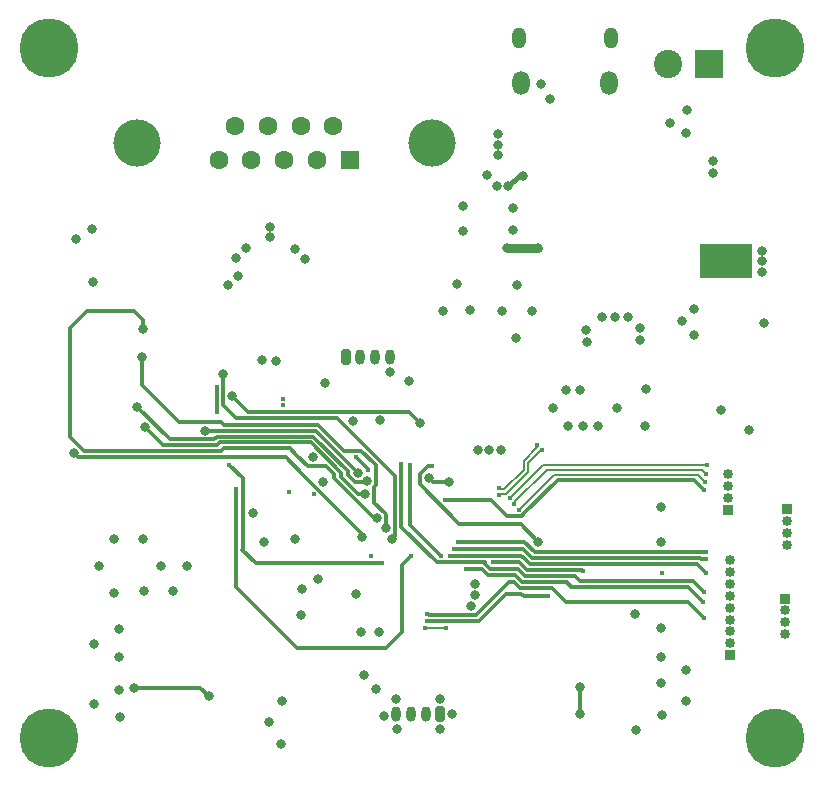
<source format=gbr>
%TF.GenerationSoftware,KiCad,Pcbnew,(6.0.1)*%
%TF.CreationDate,2022-05-20T13:38:49+06:30*%
%TF.ProjectId,STM32_Com_Buck,53544d33-325f-4436-9f6d-5f4275636b2e,v1.0*%
%TF.SameCoordinates,Original*%
%TF.FileFunction,Copper,L4,Bot*%
%TF.FilePolarity,Positive*%
%FSLAX46Y46*%
G04 Gerber Fmt 4.6, Leading zero omitted, Abs format (unit mm)*
G04 Created by KiCad (PCBNEW (6.0.1)) date 2022-05-20 13:38:49*
%MOMM*%
%LPD*%
G01*
G04 APERTURE LIST*
G04 Aperture macros list*
%AMRoundRect*
0 Rectangle with rounded corners*
0 $1 Rounding radius*
0 $2 $3 $4 $5 $6 $7 $8 $9 X,Y pos of 4 corners*
0 Add a 4 corners polygon primitive as box body*
4,1,4,$2,$3,$4,$5,$6,$7,$8,$9,$2,$3,0*
0 Add four circle primitives for the rounded corners*
1,1,$1+$1,$2,$3*
1,1,$1+$1,$4,$5*
1,1,$1+$1,$6,$7*
1,1,$1+$1,$8,$9*
0 Add four rect primitives between the rounded corners*
20,1,$1+$1,$2,$3,$4,$5,0*
20,1,$1+$1,$4,$5,$6,$7,0*
20,1,$1+$1,$6,$7,$8,$9,0*
20,1,$1+$1,$8,$9,$2,$3,0*%
G04 Aperture macros list end*
%TA.AperFunction,ComponentPad*%
%ADD10C,0.800000*%
%TD*%
%TA.AperFunction,ComponentPad*%
%ADD11C,5.000000*%
%TD*%
%TA.AperFunction,ComponentPad*%
%ADD12O,1.150000X1.800000*%
%TD*%
%TA.AperFunction,ComponentPad*%
%ADD13O,1.450000X2.000000*%
%TD*%
%TA.AperFunction,ComponentPad*%
%ADD14C,0.600000*%
%TD*%
%TA.AperFunction,SMDPad,CuDef*%
%ADD15R,4.500000X2.950000*%
%TD*%
%TA.AperFunction,ComponentPad*%
%ADD16RoundRect,0.200000X0.200000X0.450000X-0.200000X0.450000X-0.200000X-0.450000X0.200000X-0.450000X0*%
%TD*%
%TA.AperFunction,ComponentPad*%
%ADD17O,0.800000X1.300000*%
%TD*%
%TA.AperFunction,ComponentPad*%
%ADD18R,0.850000X0.850000*%
%TD*%
%TA.AperFunction,ComponentPad*%
%ADD19O,0.850000X0.850000*%
%TD*%
%TA.AperFunction,ComponentPad*%
%ADD20R,2.400000X2.400000*%
%TD*%
%TA.AperFunction,ComponentPad*%
%ADD21C,2.400000*%
%TD*%
%TA.AperFunction,ComponentPad*%
%ADD22C,4.000000*%
%TD*%
%TA.AperFunction,ComponentPad*%
%ADD23R,1.600000X1.600000*%
%TD*%
%TA.AperFunction,ComponentPad*%
%ADD24C,1.600000*%
%TD*%
%TA.AperFunction,ComponentPad*%
%ADD25RoundRect,0.200000X-0.200000X-0.450000X0.200000X-0.450000X0.200000X0.450000X-0.200000X0.450000X0*%
%TD*%
%TA.AperFunction,ViaPad*%
%ADD26C,0.800000*%
%TD*%
%TA.AperFunction,ViaPad*%
%ADD27C,0.400000*%
%TD*%
%TA.AperFunction,Conductor*%
%ADD28C,0.450000*%
%TD*%
%TA.AperFunction,Conductor*%
%ADD29C,0.750000*%
%TD*%
%TA.AperFunction,Conductor*%
%ADD30C,0.300000*%
%TD*%
%TA.AperFunction,Conductor*%
%ADD31C,0.201422*%
%TD*%
%TA.AperFunction,Conductor*%
%ADD32C,0.201000*%
%TD*%
%TA.AperFunction,Conductor*%
%ADD33C,0.175006*%
%TD*%
G04 APERTURE END LIST*
D10*
%TO.P,H3,1,1*%
%TO.N,GND*%
X156972000Y-74833000D03*
D11*
X156972000Y-76708000D03*
D10*
X158847000Y-76708000D03*
X158297825Y-75382175D03*
X156972000Y-78583000D03*
X155097000Y-76708000D03*
X158297825Y-78033825D03*
X155646175Y-75382175D03*
X155646175Y-78033825D03*
%TD*%
%TO.P,H1,1,1*%
%TO.N,GND*%
X217114175Y-78033825D03*
X218440000Y-78583000D03*
X219765825Y-75382175D03*
D11*
X218440000Y-76708000D03*
D10*
X219765825Y-78033825D03*
X218440000Y-74833000D03*
X216565000Y-76708000D03*
X217114175Y-75382175D03*
X220315000Y-76708000D03*
%TD*%
D12*
%TO.P,J2,6,Shield*%
%TO.N,unconnected-(J2-Pad6)*%
X204540000Y-17499400D03*
D13*
X204390000Y-21299400D03*
X196940000Y-21299400D03*
D12*
X196790000Y-17499400D03*
%TD*%
D14*
%TO.P,U1,9,GNDPAD*%
%TO.N,GND*%
X214935800Y-36972800D03*
X213635800Y-36972800D03*
D15*
X214235800Y-36372800D03*
D14*
X214935800Y-35772800D03*
X216035800Y-35772800D03*
X213635800Y-35772800D03*
X212435800Y-35772800D03*
X216035800Y-36972800D03*
X212435800Y-36972800D03*
%TD*%
D16*
%TO.P,J9,1,Pin_1*%
%TO.N,+3V3*%
X190089000Y-74683200D03*
D17*
%TO.P,J9,2,Pin_2*%
%TO.N,Net-(J9-Pad2)*%
X188839000Y-74683200D03*
%TO.P,J9,3,Pin_3*%
%TO.N,Net-(J9-Pad3)*%
X187589000Y-74683200D03*
%TO.P,J9,4,Pin_4*%
%TO.N,GND*%
X186339000Y-74683200D03*
%TD*%
D10*
%TO.P,H4,1,1*%
%TO.N,GND*%
X158847000Y-18288000D03*
X156972000Y-16413000D03*
D11*
X156972000Y-18288000D03*
D10*
X155097000Y-18288000D03*
X158297825Y-19613825D03*
X155646175Y-16962175D03*
X155646175Y-19613825D03*
X158297825Y-16962175D03*
X156972000Y-20163000D03*
%TD*%
D18*
%TO.P,J11,1,Pin_1*%
%TO.N,PA0*%
X214412000Y-57385200D03*
D19*
%TO.P,J11,2,Pin_2*%
%TO.N,PA8*%
X214412000Y-56385200D03*
%TO.P,J11,3,Pin_3*%
%TO.N,PA9*%
X214412000Y-55385200D03*
%TO.P,J11,4,Pin_4*%
%TO.N,PA10*%
X214412000Y-54385200D03*
%TD*%
D10*
%TO.P,H2,1,1*%
%TO.N,GND*%
X216565000Y-18288000D03*
X218440000Y-16413000D03*
X219765825Y-19613825D03*
X218440000Y-20163000D03*
D11*
X218440000Y-18288000D03*
D10*
X217114175Y-19613825D03*
X217114175Y-16962175D03*
X220315000Y-18288000D03*
X219765825Y-16962175D03*
%TD*%
D20*
%TO.P,J3,1,Pin_1*%
%TO.N,+12V*%
X212852000Y-19648400D03*
D21*
%TO.P,J3,2,Pin_2*%
%TO.N,GND*%
X209352000Y-19648400D03*
%TD*%
D18*
%TO.P,J12,1,Pin_1*%
%TO.N,PB0*%
X214579200Y-69697600D03*
D19*
%TO.P,J12,2,Pin_2*%
%TO.N,PB1*%
X214579200Y-68697600D03*
%TO.P,J12,3,Pin_3*%
%TO.N,PB2*%
X214579200Y-67697600D03*
%TO.P,J12,4,Pin_4*%
%TO.N,PB4*%
X214579200Y-66697600D03*
%TO.P,J12,5,Pin_5*%
%TO.N,PB5*%
X214579200Y-65697600D03*
%TO.P,J12,6,Pin_6*%
%TO.N,PB12*%
X214579200Y-64697600D03*
%TO.P,J12,7,Pin_7*%
%TO.N,PB13*%
X214579200Y-63697600D03*
%TO.P,J12,8,Pin_8*%
%TO.N,PB14*%
X214579200Y-62697600D03*
%TO.P,J12,9,Pin_9*%
%TO.N,PB15*%
X214579200Y-61697600D03*
%TD*%
D18*
%TO.P,J15,1,Pin_1*%
%TO.N,GND*%
X219456000Y-57350400D03*
D19*
%TO.P,J15,2,Pin_2*%
X219456000Y-58350400D03*
%TO.P,J15,3,Pin_3*%
X219456000Y-59350400D03*
%TO.P,J15,4,Pin_4*%
X219456000Y-60350400D03*
%TD*%
D22*
%TO.P,J1,0*%
%TO.N,N/C*%
X164372200Y-26362800D03*
X189372200Y-26362800D03*
D23*
%TO.P,J1,1,1*%
%TO.N,unconnected-(J1-Pad1)*%
X182412200Y-27782800D03*
D24*
%TO.P,J1,2,2*%
%TO.N,CAN1_L*%
X179642200Y-27782800D03*
%TO.P,J1,3,3*%
%TO.N,GND*%
X176872200Y-27782800D03*
%TO.P,J1,4,4*%
%TO.N,unconnected-(J1-Pad4)*%
X174102200Y-27782800D03*
%TO.P,J1,5,5*%
%TO.N,unconnected-(J1-Pad5)*%
X171332200Y-27782800D03*
%TO.P,J1,6,6*%
%TO.N,GND*%
X181027200Y-24942800D03*
%TO.P,J1,7,7*%
%TO.N,CAN1_H*%
X178257200Y-24942800D03*
%TO.P,J1,8,8*%
%TO.N,unconnected-(J1-Pad8)*%
X175487200Y-24942800D03*
%TO.P,J1,9,9*%
%TO.N,V_CAN*%
X172717200Y-24942800D03*
%TD*%
D18*
%TO.P,J14,1,Pin_1*%
%TO.N,+3V3*%
X219252800Y-64919600D03*
D19*
%TO.P,J14,2,Pin_2*%
X219252800Y-65919600D03*
%TO.P,J14,3,Pin_3*%
X219252800Y-66919600D03*
%TO.P,J14,4,Pin_4*%
X219252800Y-67919600D03*
%TD*%
D25*
%TO.P,J10,1,Pin_1*%
%TO.N,+3V3*%
X182071800Y-44442800D03*
D17*
%TO.P,J10,2,Pin_2*%
%TO.N,Net-(J10-Pad2)*%
X183321800Y-44442800D03*
%TO.P,J10,3,Pin_3*%
%TO.N,Net-(J10-Pad3)*%
X184571800Y-44442800D03*
%TO.P,J10,4,Pin_4*%
%TO.N,GND*%
X185821800Y-44442800D03*
%TD*%
D26*
%TO.N,GND*%
X164998400Y-64312800D03*
X175158400Y-60147200D03*
X217322400Y-35458400D03*
X162458400Y-64414400D03*
X176631600Y-77216000D03*
X210515200Y-41452800D03*
X162915600Y-67513200D03*
X172110400Y-38404800D03*
X178612800Y-36169600D03*
X194056000Y-29057600D03*
X199339200Y-22606000D03*
X199593200Y-48768000D03*
X200761600Y-47244000D03*
X174955200Y-44754800D03*
X160731200Y-68732400D03*
X185318400Y-74828400D03*
X175666400Y-34340800D03*
D27*
X184200800Y-61315600D03*
D26*
X161188400Y-62179200D03*
X206654400Y-76047600D03*
D27*
X179425600Y-56083200D03*
D26*
X185013600Y-49834800D03*
X173634400Y-35255200D03*
X217322400Y-36372800D03*
X174244000Y-57708800D03*
X203758800Y-41046400D03*
X186385200Y-75946000D03*
D27*
X177260800Y-55902800D03*
D26*
X208788000Y-57200800D03*
X205943200Y-41046400D03*
X196494400Y-42824400D03*
X179273200Y-52933600D03*
X203403200Y-50342800D03*
X194868800Y-29972000D03*
X201879200Y-47244000D03*
X193040000Y-64617600D03*
X211531200Y-40436800D03*
X213207600Y-28854400D03*
X186334400Y-73406000D03*
X195326000Y-40538400D03*
X164947600Y-59893200D03*
X198577200Y-21336000D03*
X176682400Y-73558400D03*
X194970400Y-27381200D03*
X194970400Y-26517600D03*
X183337200Y-67716400D03*
X177800000Y-35306000D03*
X178308000Y-66344800D03*
X210972400Y-23571200D03*
D27*
X208838800Y-62788800D03*
D26*
X195224400Y-52374800D03*
X209499200Y-24638000D03*
X172821600Y-36118800D03*
X175666400Y-33426400D03*
X175564800Y-75387200D03*
X191973200Y-33832800D03*
X160680400Y-38100000D03*
X197815200Y-40538400D03*
X194208400Y-52324000D03*
X208838800Y-74777600D03*
X202488800Y-43180000D03*
X204876400Y-41046400D03*
X192684400Y-65582800D03*
X185826400Y-45720000D03*
X207010000Y-42011600D03*
X202133200Y-50342800D03*
X202438000Y-42164000D03*
X162915600Y-69900800D03*
X182981600Y-64516000D03*
X196545200Y-38354000D03*
X191973200Y-31648400D03*
X162458400Y-59842400D03*
X207010000Y-43027600D03*
X217322400Y-37287200D03*
X172974000Y-37592000D03*
X213207600Y-27889200D03*
X177749200Y-59842400D03*
X194970400Y-25603200D03*
X208788000Y-60096400D03*
X210921600Y-25501600D03*
X211531200Y-42570400D03*
X200914000Y-50292000D03*
X210921600Y-73558400D03*
%TO.N,+3V3*%
X166420800Y-62179200D03*
X208788000Y-72085200D03*
X160629600Y-33629600D03*
X162915600Y-72694800D03*
X208788000Y-67411600D03*
X190093600Y-75946000D03*
X208737200Y-69850000D03*
X193243200Y-52324000D03*
X178358800Y-64109600D03*
X182676800Y-49885600D03*
X176174400Y-44805600D03*
X184607200Y-72542400D03*
X190347600Y-40538400D03*
X160782000Y-73812400D03*
X190093600Y-73456800D03*
X180289200Y-46634400D03*
D27*
X176784000Y-48056800D03*
D26*
X207416400Y-50292000D03*
X207467200Y-47193200D03*
X192989200Y-63652400D03*
X191465200Y-38303200D03*
X159258000Y-34493200D03*
X210870800Y-70967600D03*
X184861200Y-67716400D03*
X162966400Y-74980800D03*
X179730400Y-63296800D03*
X192582800Y-40487600D03*
X180187600Y-55067200D03*
X213817200Y-48971200D03*
X167487600Y-64262000D03*
X183642000Y-71424800D03*
X187452000Y-46532800D03*
X216204800Y-50647600D03*
X196240400Y-33680400D03*
X196240400Y-31851600D03*
X191058800Y-74726800D03*
D27*
X176784000Y-48564800D03*
D26*
X217474800Y-41554400D03*
X206603600Y-66243200D03*
X168656000Y-62128400D03*
X205028800Y-48768000D03*
%TO.N,+5V*%
X197104000Y-29108400D03*
X195819174Y-30022800D03*
%TO.N,Net-(D1-Pad1)*%
X195732400Y-35255200D03*
X198374000Y-35255200D03*
%TO.N,Net-(R24-Pad1)*%
X164185600Y-72491600D03*
X170484800Y-73202800D03*
%TO.N,Net-(R12-Pad2)*%
X201930000Y-74676000D03*
X201930000Y-72390000D03*
D27*
%TO.N,PA0*%
X190449200Y-56581900D03*
X212394800Y-55727600D03*
%TO.N,PA8*%
X196748400Y-57404000D03*
X212496400Y-55016400D03*
%TO.N,PA9*%
X212598000Y-54356000D03*
X196354459Y-56912018D03*
%TO.N,PA10*%
X212699600Y-53644800D03*
X195986400Y-56438800D03*
%TO.N,PB0*%
X190601600Y-67411600D03*
X188816396Y-67376755D03*
%TO.N,PB1*%
X199237600Y-64719200D03*
X188920379Y-66786340D03*
%TO.N,PB2*%
X212394800Y-66598800D03*
X189001860Y-66192400D03*
%TO.N,PB4*%
X187553600Y-53644800D03*
X192278000Y-62414611D03*
X190144400Y-61315600D03*
X212344000Y-65176400D03*
%TO.N,PB5*%
X186791600Y-53543200D03*
X212445600Y-64363600D03*
%TO.N,PB12*%
X202133200Y-62567819D03*
X194564000Y-61865100D03*
%TO.N,PB13*%
X190906400Y-61315600D03*
X212547200Y-62738000D03*
%TO.N,PB14*%
X212542814Y-61607757D03*
X191262000Y-60756800D03*
%TO.N,PB15*%
X191566800Y-60147200D03*
X212598000Y-61010800D03*
D26*
%TO.N,PC0*%
X184708800Y-58115200D03*
X164896800Y-42113200D03*
%TO.N,PC1*%
X164846000Y-44450000D03*
X185521600Y-58928000D03*
%TO.N,PC2*%
X171704000Y-45872400D03*
X186022865Y-59912500D03*
%TO.N,PC3*%
X183498824Y-59731576D03*
X159058223Y-52625377D03*
D27*
%TO.N,PC5*%
X172212000Y-53594000D03*
X171145200Y-47040800D03*
X185115200Y-61925200D03*
X171145200Y-49123600D03*
D26*
%TO.N,PD2*%
X188366400Y-50038000D03*
X172453500Y-47750636D03*
%TO.N,PC15*%
X183692800Y-56032400D03*
X165052623Y-50390177D03*
%TO.N,PC14*%
X164439600Y-48717200D03*
X183907132Y-54967590D03*
%TO.N,PC13*%
X183146472Y-54319207D03*
X170180000Y-50698400D03*
D27*
%TO.N,PC9*%
X187604400Y-61315600D03*
X172821600Y-55676800D03*
D26*
%TO.N,SWCLK*%
X198374000Y-60096400D03*
D27*
X189382400Y-53695600D03*
D26*
%TO.N,SWO*%
X189106423Y-54689623D03*
X190826777Y-55089177D03*
D27*
%TO.N,CAN1_RX*%
X183997600Y-54051200D03*
X182981600Y-52942900D03*
%TO.N,USB_D-*%
X195021200Y-56161789D03*
X198739664Y-52384864D03*
%TO.N,USB_D+*%
X195021200Y-55558589D03*
X198313136Y-51958336D03*
%TD*%
D28*
%TO.N,+5V*%
X197104000Y-29108400D02*
X196733574Y-29108400D01*
X196733574Y-29108400D02*
X195819174Y-30022800D01*
D29*
%TO.N,Net-(D1-Pad1)*%
X195732400Y-35255200D02*
X198374000Y-35255200D01*
D30*
%TO.N,Net-(R24-Pad1)*%
X164185600Y-72491600D02*
X169773600Y-72491600D01*
X169773600Y-72491600D02*
X170484800Y-73202800D01*
%TO.N,Net-(R12-Pad2)*%
X201930000Y-72390000D02*
X201930000Y-74676000D01*
%TO.N,PA0*%
X211599788Y-54896915D02*
X212082437Y-55379564D01*
X209854800Y-54896915D02*
X211599788Y-54896915D01*
X200304400Y-54896915D02*
X204774800Y-54896915D01*
X195773911Y-57953511D02*
X196976016Y-57953511D01*
X204774800Y-54896915D02*
X209854800Y-54896915D01*
X196976016Y-57953511D02*
X197213164Y-57716363D01*
X197213164Y-57716363D02*
X200032612Y-54896915D01*
X190449200Y-56581900D02*
X194402300Y-56581900D01*
X194402300Y-56581900D02*
X194462400Y-56642000D01*
X212082437Y-55379564D02*
X212394800Y-55691927D01*
X212394800Y-55691927D02*
X212394800Y-55727600D01*
X194462400Y-56642000D02*
X195773911Y-57953511D01*
X200032612Y-54896915D02*
X200304400Y-54896915D01*
D31*
%TO.N,PA8*%
X199705716Y-54446684D02*
X211632800Y-54446684D01*
X211632800Y-54446684D02*
X211926684Y-54446684D01*
X196748400Y-57404000D02*
X199705716Y-54446684D01*
X211926684Y-54446684D02*
X212496400Y-55016400D01*
%TO.N,PA9*%
X212287742Y-54045742D02*
X212598000Y-54356000D01*
X211886800Y-54045742D02*
X212287742Y-54045742D01*
X199086880Y-54045742D02*
X211886800Y-54045742D01*
X196354459Y-56778163D02*
X199086880Y-54045742D01*
X196354459Y-56912018D02*
X196354459Y-56778163D01*
%TO.N,PA10*%
X212699600Y-53644800D02*
X198780400Y-53644800D01*
X195986400Y-56438800D02*
X198780400Y-53644800D01*
D32*
%TO.N,PB0*%
X190566755Y-67376755D02*
X190601600Y-67411600D01*
X188816396Y-67376755D02*
X190566755Y-67376755D01*
D30*
%TO.N,PB1*%
X195676913Y-64515915D02*
X196951600Y-64515915D01*
X196951600Y-64515915D02*
X197154885Y-64719200D01*
X188920379Y-66786340D02*
X193406487Y-66786340D01*
X193406487Y-66786340D02*
X195676913Y-64515915D01*
X197154885Y-64719200D02*
X199237600Y-64719200D01*
%TO.N,PB2*%
X199550796Y-64016396D02*
X200761600Y-65227200D01*
X196370632Y-63550800D02*
X196836228Y-64016396D01*
X189001860Y-66192400D02*
X189146280Y-66336820D01*
X193149580Y-66336820D02*
X195935600Y-63550800D01*
X211023200Y-65227200D02*
X212394800Y-66598800D01*
X200761600Y-65227200D02*
X211023200Y-65227200D01*
X196836228Y-64016396D02*
X199550796Y-64016396D01*
X195935600Y-63550800D02*
X196370632Y-63550800D01*
X189146280Y-66336820D02*
X193149580Y-66336820D01*
%TO.N,PB4*%
X187511280Y-58682480D02*
X190144400Y-61315600D01*
X192278000Y-62414611D02*
X193629956Y-62414611D01*
X194129475Y-62914130D02*
X196440390Y-62914130D01*
X197043138Y-63516877D02*
X197456954Y-63516876D01*
X197456954Y-63516876D02*
X200778476Y-63516876D01*
X193629956Y-62414611D02*
X194129475Y-62914130D01*
X200778476Y-63516876D02*
X201168000Y-63906400D01*
X211023200Y-63906400D02*
X212293200Y-65176400D01*
X201168000Y-63906400D02*
X211023200Y-63906400D01*
X196440390Y-62914130D02*
X197043138Y-63516877D01*
X187553600Y-53644800D02*
X187511281Y-53687119D01*
X212293200Y-65176400D02*
X212344000Y-65176400D01*
X187511281Y-53687119D02*
X187511280Y-58682480D01*
%TO.N,PB5*%
X197250045Y-63017357D02*
X196647299Y-62414611D01*
X189830311Y-61865111D02*
X186791600Y-58826400D01*
X193903600Y-61981827D02*
X193903600Y-61925200D01*
X201523600Y-63017358D02*
X197250045Y-63017357D01*
X212445600Y-64363600D02*
X211488880Y-63406880D01*
X201913122Y-63406880D02*
X201523600Y-63017358D01*
X211488880Y-63406880D02*
X201913122Y-63406880D01*
X193843511Y-61865111D02*
X189830311Y-61865111D01*
X186791600Y-58826400D02*
X186791600Y-53543200D01*
X194336384Y-62414611D02*
X193903600Y-61981827D01*
X193903600Y-61925200D02*
X193843511Y-61865111D01*
X196647299Y-62414611D02*
X194336384Y-62414611D01*
%TO.N,PB12*%
X197111158Y-62172042D02*
X197456954Y-62517838D01*
X196762716Y-61823600D02*
X197111158Y-62172042D01*
D31*
X202133200Y-62567819D02*
X202100181Y-62534800D01*
D30*
X194605500Y-61823600D02*
X196762716Y-61823600D01*
X202100181Y-62534800D02*
X201184962Y-62534800D01*
X197456954Y-62517838D02*
X201168000Y-62517838D01*
X194564000Y-61865100D02*
X194605500Y-61823600D01*
%TO.N,PB13*%
X190906400Y-61315600D02*
X196961144Y-61315600D01*
X212547200Y-62721040D02*
X212547200Y-62738000D01*
X211827521Y-62018319D02*
X211836000Y-62009840D01*
X196961144Y-61315600D02*
X197159572Y-61514028D01*
X197159572Y-61514028D02*
X197663863Y-62018319D01*
X197663863Y-62018319D02*
X211827521Y-62018319D01*
X211836000Y-62009840D02*
X212547200Y-62721040D01*
%TO.N,PB14*%
X210405119Y-61510319D02*
X210413600Y-61518800D01*
X197862291Y-61510319D02*
X201828400Y-61510319D01*
X212136637Y-61607757D02*
X212542814Y-61607757D01*
X210422080Y-61510320D02*
X212039200Y-61510320D01*
X201828400Y-61510319D02*
X210405119Y-61510319D01*
X212039200Y-61510320D02*
X212136637Y-61607757D01*
X197108772Y-60756800D02*
X197436586Y-61084614D01*
X210413600Y-61518800D02*
X210422080Y-61510320D01*
X197436586Y-61084614D02*
X197862291Y-61510319D01*
X191262000Y-60756800D02*
X197108772Y-60756800D01*
%TO.N,PB15*%
X198069200Y-61010800D02*
X212598000Y-61010800D01*
X191566800Y-60147200D02*
X197205600Y-60147200D01*
X197205600Y-60147200D02*
X198069200Y-61010800D01*
%TO.N,PC0*%
X159939750Y-52446950D02*
X158699200Y-51206400D01*
X181057590Y-54708446D02*
X181057590Y-54349609D01*
X171754800Y-52205440D02*
X171513289Y-52446951D01*
X171513289Y-52446951D02*
X170954486Y-52446950D01*
X179730400Y-53695600D02*
X178866800Y-53695600D01*
X159918400Y-40792400D02*
X160172400Y-40538400D01*
X158699200Y-51206400D02*
X158699200Y-42011600D01*
X180403581Y-53695600D02*
X179730400Y-53695600D01*
X184708800Y-58115200D02*
X184464344Y-58115200D01*
X177901600Y-52730400D02*
X177376640Y-52205440D01*
X177376640Y-52205440D02*
X171754800Y-52205440D01*
X164134800Y-40538400D02*
X164896800Y-41300400D01*
X184464344Y-58115200D02*
X181057590Y-54708446D01*
X181057590Y-54349609D02*
X180403581Y-53695600D01*
X170954486Y-52446950D02*
X159939750Y-52446950D01*
X160172400Y-40538400D02*
X164134800Y-40538400D01*
X178866800Y-53695600D02*
X177901600Y-52730400D01*
X158699200Y-42011600D02*
X159918400Y-40792400D01*
X164896800Y-41300400D02*
X164896800Y-42113200D01*
%TO.N,PC1*%
X180362246Y-50828553D02*
X179732574Y-50198881D01*
X171555609Y-49948889D02*
X167957289Y-49948889D01*
X184656643Y-53643443D02*
X184454800Y-53441600D01*
X185521600Y-58928000D02*
X185521600Y-57868030D01*
X184454800Y-56801230D02*
X184454800Y-56184800D01*
X183406589Y-52393389D02*
X181927082Y-52393389D01*
X179732574Y-50198881D02*
X171805600Y-50198880D01*
X184454800Y-55479892D02*
X184610346Y-55324346D01*
X185521600Y-57868030D02*
X185365785Y-57712215D01*
X167957289Y-49948889D02*
X164846000Y-46837600D01*
X184454800Y-53441600D02*
X183406589Y-52393389D01*
X185365785Y-57712215D02*
X184454800Y-56801230D01*
X184454800Y-56184800D02*
X184454800Y-55479892D01*
X184656643Y-55278049D02*
X184656643Y-53643443D01*
X171805600Y-50198880D02*
X171555609Y-49948889D01*
X181927082Y-52393389D02*
X180362246Y-50828553D01*
X184610346Y-55324346D02*
X184656643Y-55278049D01*
X164846000Y-46837600D02*
X164846000Y-44450000D01*
%TO.N,PC2*%
X186271111Y-59664254D02*
X186271111Y-54551483D01*
X186271111Y-54551483D02*
X181351228Y-49631600D01*
X171704000Y-48564800D02*
X171704000Y-46177200D01*
X186022865Y-59912500D02*
X186271111Y-59664254D01*
X171704000Y-46177200D02*
X171704000Y-45872400D01*
X172770800Y-49631600D02*
X171704000Y-48564800D01*
X181351228Y-49631600D02*
X172770800Y-49631600D01*
%TO.N,PC3*%
X177000070Y-52946470D02*
X160426400Y-52946470D01*
X159379316Y-52946470D02*
X159058223Y-52625377D01*
X183498824Y-59445224D02*
X178409600Y-54356000D01*
X159918400Y-52946470D02*
X159379316Y-52946470D01*
X178409600Y-54356000D02*
X177000070Y-52946470D01*
X160426400Y-52946470D02*
X159918400Y-52946470D01*
X183498824Y-59731576D02*
X183498824Y-59445224D01*
%TO.N,PC5*%
X173321120Y-60807600D02*
X173371111Y-60757609D01*
X173371111Y-54753111D02*
X172212000Y-53594000D01*
X185115200Y-61925200D02*
X174447200Y-61925200D01*
X171145200Y-49123600D02*
X171145200Y-47040800D01*
X173329600Y-60807600D02*
X173321120Y-60807600D01*
X173371111Y-60757609D02*
X173371111Y-54753111D01*
X174447200Y-61925200D02*
X173329600Y-60807600D01*
%TO.N,PD2*%
X187460481Y-49132081D02*
X178054000Y-49132081D01*
X178054000Y-49132081D02*
X173834945Y-49132081D01*
X188366400Y-50038000D02*
X187460481Y-49132081D01*
X173834945Y-49132081D02*
X172453500Y-47750636D01*
%TO.N,PC15*%
X183087972Y-56032400D02*
X181715604Y-54660032D01*
X183692800Y-56032400D02*
X183087972Y-56032400D01*
X166609877Y-51947431D02*
X165052623Y-50390177D01*
X171402908Y-51705920D02*
X171161396Y-51947431D01*
X181715604Y-54660032D02*
X181715604Y-54301195D01*
X171161396Y-51947431D02*
X166609877Y-51947431D01*
X179120329Y-51705920D02*
X171402908Y-51705920D01*
X181715604Y-54301195D02*
X179120329Y-51705920D01*
%TO.N,PC14*%
X170954489Y-51447911D02*
X167170311Y-51447911D01*
X183806004Y-55068718D02*
X182830718Y-55068718D01*
X167170311Y-51447911D02*
X164439600Y-48717200D01*
X182246618Y-54484618D02*
X182246618Y-54125781D01*
X183907132Y-54967590D02*
X183806004Y-55068718D01*
X182830718Y-55068718D02*
X182246618Y-54484618D01*
X171196000Y-51206400D02*
X170954489Y-51447911D01*
X182246618Y-54125781D02*
X179327237Y-51206400D01*
X179327237Y-51206400D02*
X171196000Y-51206400D01*
%TO.N,PC13*%
X183146472Y-54319207D02*
X179525665Y-50698400D01*
X179525665Y-50698400D02*
X170180000Y-50698400D01*
%TO.N,PC9*%
X177952400Y-69088000D02*
X185064400Y-69088000D01*
X176682400Y-67818000D02*
X177952400Y-69088000D01*
X172821600Y-63957200D02*
X176682400Y-67818000D01*
X172821600Y-55676800D02*
X172821600Y-63957200D01*
X185470800Y-69088000D02*
X186842400Y-67716400D01*
X186842400Y-62077600D02*
X187604400Y-61315600D01*
X185064400Y-69088000D02*
X185470800Y-69088000D01*
X186842400Y-67716400D02*
X186842400Y-62077600D01*
%TO.N,SWCLK*%
X188356912Y-55266739D02*
X188356912Y-54365488D01*
X191713373Y-58623200D02*
X188356912Y-55266739D01*
X189026800Y-53695600D02*
X189382400Y-53695600D01*
X198374000Y-60096400D02*
X196900800Y-58623200D01*
X188356912Y-54365488D02*
X189026800Y-53695600D01*
X196900800Y-58623200D02*
X191713373Y-58623200D01*
%TO.N,SWO*%
X189505977Y-55089177D02*
X189106423Y-54689623D01*
X190826777Y-55089177D02*
X189505977Y-55089177D01*
%TO.N,CAN1_RX*%
X183997600Y-54051200D02*
X183997600Y-53958900D01*
X183997600Y-53958900D02*
X182981600Y-52942900D01*
D33*
%TO.N,USB_D-*%
X197547103Y-53418330D02*
X197547103Y-54180331D01*
X197547103Y-54180331D02*
X195678141Y-56049293D01*
X195133696Y-56049293D02*
X195021200Y-56161789D01*
X195678141Y-56049293D02*
X195133696Y-56049293D01*
X198739664Y-52384864D02*
X198580569Y-52384864D01*
X198580569Y-52384864D02*
X197547103Y-53418330D01*
%TO.N,USB_D+*%
X197168897Y-53261670D02*
X197168897Y-54023669D01*
X198313136Y-52117431D02*
X197168897Y-53261670D01*
X195521481Y-55671085D02*
X195133696Y-55671085D01*
X198313136Y-51958336D02*
X198313136Y-52117431D01*
X195133696Y-55671085D02*
X195021200Y-55558589D01*
X197168897Y-54023669D02*
X195521481Y-55671085D01*
%TD*%
M02*

</source>
